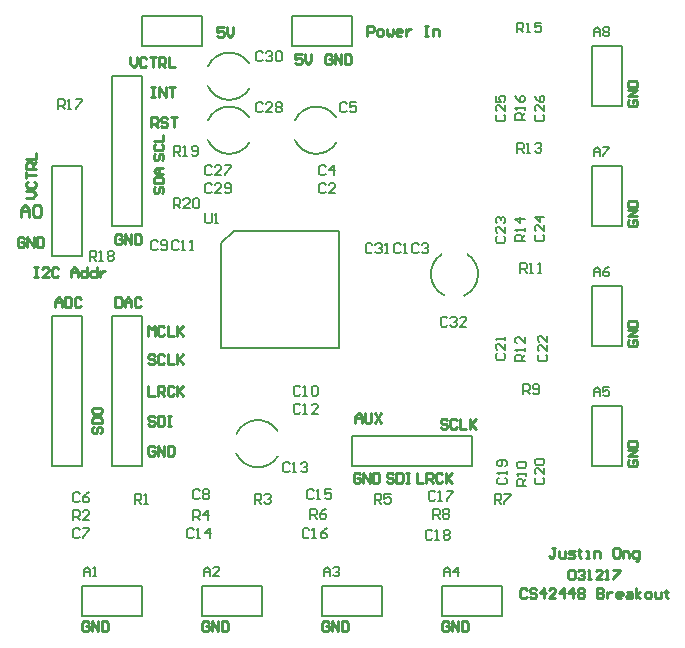
<source format=gto>
G04 Layer_Color=65535*
%FSLAX23Y23*%
%MOIN*%
G70*
G01*
G75*
%ADD16C,0.010*%
%ADD24C,0.008*%
D16*
X5127Y2277D02*
X5117D01*
X5122D01*
Y2251D01*
X5117Y2245D01*
X5111D01*
X5106Y2251D01*
X5138Y2267D02*
Y2251D01*
X5143Y2245D01*
X5159D01*
Y2267D01*
X5170Y2245D02*
X5186D01*
X5191Y2251D01*
X5186Y2256D01*
X5175D01*
X5170Y2261D01*
X5175Y2267D01*
X5191D01*
X5207Y2272D02*
Y2267D01*
X5202D01*
X5213D01*
X5207D01*
Y2251D01*
X5213Y2245D01*
X5229D02*
X5239D01*
X5234D01*
Y2267D01*
X5229D01*
X5255Y2245D02*
Y2267D01*
X5271D01*
X5277Y2261D01*
Y2245D01*
X5335Y2277D02*
X5325D01*
X5319Y2272D01*
Y2251D01*
X5325Y2245D01*
X5335D01*
X5341Y2251D01*
Y2272D01*
X5335Y2277D01*
X5351Y2245D02*
Y2267D01*
X5367D01*
X5373Y2261D01*
Y2245D01*
X5394Y2235D02*
X5399D01*
X5405Y2240D01*
Y2267D01*
X5389D01*
X5383Y2261D01*
Y2251D01*
X5389Y2245D01*
X5405D01*
X5170Y2199D02*
X5175Y2204D01*
X5186D01*
X5191Y2199D01*
Y2178D01*
X5186Y2172D01*
X5175D01*
X5170Y2178D01*
Y2199D01*
X5202D02*
X5207Y2204D01*
X5218D01*
X5223Y2199D01*
Y2194D01*
X5218Y2188D01*
X5213D01*
X5218D01*
X5223Y2183D01*
Y2178D01*
X5218Y2172D01*
X5207D01*
X5202Y2178D01*
X5234Y2172D02*
X5245D01*
X5239D01*
Y2204D01*
X5234Y2199D01*
X5282Y2172D02*
X5261D01*
X5282Y2194D01*
Y2199D01*
X5277Y2204D01*
X5266D01*
X5261Y2199D01*
X5293Y2172D02*
X5303D01*
X5298D01*
Y2204D01*
X5293Y2199D01*
X5319Y2204D02*
X5341D01*
Y2199D01*
X5319Y2178D01*
Y2172D01*
X5031Y2137D02*
X5026Y2142D01*
X5015D01*
X5010Y2137D01*
Y2115D01*
X5015Y2110D01*
X5026D01*
X5031Y2115D01*
X5063Y2137D02*
X5058Y2142D01*
X5047D01*
X5042Y2137D01*
Y2131D01*
X5047Y2126D01*
X5058D01*
X5063Y2121D01*
Y2115D01*
X5058Y2110D01*
X5047D01*
X5042Y2115D01*
X5090Y2110D02*
Y2142D01*
X5074Y2126D01*
X5095D01*
X5127Y2110D02*
X5106D01*
X5127Y2131D01*
Y2137D01*
X5122Y2142D01*
X5111D01*
X5106Y2137D01*
X5154Y2110D02*
Y2142D01*
X5138Y2126D01*
X5159D01*
X5186Y2110D02*
Y2142D01*
X5170Y2126D01*
X5191D01*
X5202Y2137D02*
X5207Y2142D01*
X5218D01*
X5223Y2137D01*
Y2131D01*
X5218Y2126D01*
X5223Y2121D01*
Y2115D01*
X5218Y2110D01*
X5207D01*
X5202Y2115D01*
Y2121D01*
X5207Y2126D01*
X5202Y2131D01*
Y2137D01*
X5207Y2126D02*
X5218D01*
X5266Y2142D02*
Y2110D01*
X5282D01*
X5287Y2115D01*
Y2121D01*
X5282Y2126D01*
X5266D01*
X5282D01*
X5287Y2131D01*
Y2137D01*
X5282Y2142D01*
X5266D01*
X5298Y2131D02*
Y2110D01*
Y2121D01*
X5303Y2126D01*
X5309Y2131D01*
X5314D01*
X5346Y2110D02*
X5335D01*
X5330Y2115D01*
Y2126D01*
X5335Y2131D01*
X5346D01*
X5351Y2126D01*
Y2121D01*
X5330D01*
X5367Y2131D02*
X5378D01*
X5383Y2126D01*
Y2110D01*
X5367D01*
X5362Y2115D01*
X5367Y2121D01*
X5383D01*
X5394Y2110D02*
Y2142D01*
Y2121D02*
X5410Y2131D01*
X5394Y2121D02*
X5410Y2110D01*
X5431D02*
X5442D01*
X5447Y2115D01*
Y2126D01*
X5442Y2131D01*
X5431D01*
X5426Y2126D01*
Y2115D01*
X5431Y2110D01*
X5458Y2131D02*
Y2115D01*
X5463Y2110D01*
X5479D01*
Y2131D01*
X5495Y2137D02*
Y2131D01*
X5490D01*
X5501D01*
X5495D01*
Y2115D01*
X5501Y2110D01*
X4500Y3985D02*
Y4017D01*
X4516D01*
X4521Y4012D01*
Y4001D01*
X4516Y3996D01*
X4500D01*
X4537Y3985D02*
X4548D01*
X4553Y3990D01*
Y4001D01*
X4548Y4006D01*
X4537D01*
X4532Y4001D01*
Y3990D01*
X4537Y3985D01*
X4564Y4006D02*
Y3990D01*
X4569Y3985D01*
X4575Y3990D01*
X4580Y3985D01*
X4585Y3990D01*
Y4006D01*
X4612Y3985D02*
X4601D01*
X4596Y3990D01*
Y4001D01*
X4601Y4006D01*
X4612D01*
X4617Y4001D01*
Y3996D01*
X4596D01*
X4628Y4006D02*
Y3985D01*
Y3996D01*
X4633Y4001D01*
X4639Y4006D01*
X4644D01*
X4692Y4017D02*
X4703D01*
X4697D01*
Y3985D01*
X4692D01*
X4703D01*
X4719D02*
Y4006D01*
X4735D01*
X4740Y4001D01*
Y3985D01*
X4281Y3922D02*
X4260D01*
Y3906D01*
X4271Y3911D01*
X4276D01*
X4281Y3906D01*
Y3895D01*
X4276Y3890D01*
X4265D01*
X4260Y3895D01*
X4292Y3922D02*
Y3901D01*
X4303Y3890D01*
X4313Y3901D01*
Y3922D01*
X4381Y3917D02*
X4376Y3922D01*
X4365D01*
X4360Y3917D01*
Y3895D01*
X4365Y3890D01*
X4376D01*
X4381Y3895D01*
Y3906D01*
X4371D01*
X4392Y3890D02*
Y3922D01*
X4413Y3890D01*
Y3922D01*
X4424D02*
Y3890D01*
X4440D01*
X4445Y3895D01*
Y3917D01*
X4440Y3922D01*
X4424D01*
X3710Y3912D02*
Y3891D01*
X3721Y3880D01*
X3731Y3891D01*
Y3912D01*
X3763Y3907D02*
X3758Y3912D01*
X3747D01*
X3742Y3907D01*
Y3885D01*
X3747Y3880D01*
X3758D01*
X3763Y3885D01*
X3774Y3912D02*
X3795D01*
X3785D01*
Y3880D01*
X3806D02*
Y3912D01*
X3822D01*
X3827Y3907D01*
Y3896D01*
X3822Y3891D01*
X3806D01*
X3817D02*
X3827Y3880D01*
X3838Y3912D02*
Y3880D01*
X3859D01*
X4021Y4012D02*
X4000D01*
Y3996D01*
X4011Y4001D01*
X4016D01*
X4021Y3996D01*
Y3985D01*
X4016Y3980D01*
X4005D01*
X4000Y3985D01*
X4032Y4012D02*
Y3991D01*
X4043Y3980D01*
X4053Y3991D01*
Y4012D01*
X3780Y3812D02*
X3791D01*
X3785D01*
Y3780D01*
X3780D01*
X3791D01*
X3807D02*
Y3812D01*
X3828Y3780D01*
Y3812D01*
X3839D02*
X3860D01*
X3849D01*
Y3780D01*
X3780Y3680D02*
Y3712D01*
X3796D01*
X3801Y3707D01*
Y3696D01*
X3796Y3691D01*
X3780D01*
X3791D02*
X3801Y3680D01*
X3833Y3707D02*
X3828Y3712D01*
X3817D01*
X3812Y3707D01*
Y3701D01*
X3817Y3696D01*
X3828D01*
X3833Y3691D01*
Y3685D01*
X3828Y3680D01*
X3817D01*
X3812Y3685D01*
X3844Y3712D02*
X3865D01*
X3855D01*
Y3680D01*
X3793Y3591D02*
X3788Y3586D01*
Y3575D01*
X3793Y3570D01*
X3799D01*
X3804Y3575D01*
Y3586D01*
X3809Y3591D01*
X3815D01*
X3820Y3586D01*
Y3575D01*
X3815Y3570D01*
X3793Y3623D02*
X3788Y3618D01*
Y3607D01*
X3793Y3602D01*
X3815D01*
X3820Y3607D01*
Y3618D01*
X3815Y3623D01*
X3788Y3634D02*
X3820D01*
Y3655D01*
X3793Y3481D02*
X3788Y3476D01*
Y3465D01*
X3793Y3460D01*
X3799D01*
X3804Y3465D01*
Y3476D01*
X3809Y3481D01*
X3815D01*
X3820Y3476D01*
Y3465D01*
X3815Y3460D01*
X3788Y3492D02*
X3820D01*
Y3508D01*
X3815Y3513D01*
X3793D01*
X3788Y3508D01*
Y3492D01*
X3820Y3524D02*
X3799D01*
X3788Y3535D01*
X3799Y3545D01*
X3820D01*
X3804D01*
Y3524D01*
X3681Y3317D02*
X3676Y3322D01*
X3665D01*
X3660Y3317D01*
Y3295D01*
X3665Y3290D01*
X3676D01*
X3681Y3295D01*
Y3306D01*
X3671D01*
X3692Y3290D02*
Y3322D01*
X3713Y3290D01*
Y3322D01*
X3724D02*
Y3290D01*
X3740D01*
X3745Y3295D01*
Y3317D01*
X3740Y3322D01*
X3724D01*
X3356Y3307D02*
X3351Y3312D01*
X3340D01*
X3335Y3307D01*
Y3285D01*
X3340Y3280D01*
X3351D01*
X3356Y3285D01*
Y3296D01*
X3346D01*
X3367Y3280D02*
Y3312D01*
X3388Y3280D01*
Y3312D01*
X3399D02*
Y3280D01*
X3415D01*
X3420Y3285D01*
Y3307D01*
X3415Y3312D01*
X3399D01*
X3363Y3445D02*
X3384D01*
X3395Y3456D01*
X3384Y3466D01*
X3363D01*
X3368Y3498D02*
X3363Y3493D01*
Y3482D01*
X3368Y3477D01*
X3390D01*
X3395Y3482D01*
Y3493D01*
X3390Y3498D01*
X3363Y3509D02*
Y3530D01*
Y3520D01*
X3395D01*
Y3541D02*
X3363D01*
Y3557D01*
X3368Y3562D01*
X3379D01*
X3384Y3557D01*
Y3541D01*
Y3552D02*
X3395Y3562D01*
X3363Y3573D02*
X3395D01*
Y3594D01*
X3345Y3380D02*
Y3407D01*
X3358Y3420D01*
X3372Y3407D01*
Y3380D01*
Y3400D01*
X3345D01*
X3385Y3413D02*
X3392Y3420D01*
X3405D01*
X3412Y3413D01*
Y3387D01*
X3405Y3380D01*
X3392D01*
X3385Y3387D01*
Y3413D01*
X3770Y2985D02*
Y3017D01*
X3781Y3006D01*
X3791Y3017D01*
Y2985D01*
X3823Y3012D02*
X3818Y3017D01*
X3807D01*
X3802Y3012D01*
Y2990D01*
X3807Y2985D01*
X3818D01*
X3823Y2990D01*
X3834Y3017D02*
Y2985D01*
X3855D01*
X3866Y3017D02*
Y2985D01*
Y2996D01*
X3887Y3017D01*
X3871Y3001D01*
X3887Y2985D01*
X3460Y3080D02*
Y3101D01*
X3471Y3112D01*
X3481Y3101D01*
Y3080D01*
Y3096D01*
X3460D01*
X3492Y3112D02*
Y3080D01*
X3508D01*
X3513Y3085D01*
Y3107D01*
X3508Y3112D01*
X3492D01*
X3545Y3107D02*
X3540Y3112D01*
X3529D01*
X3524Y3107D01*
Y3085D01*
X3529Y3080D01*
X3540D01*
X3545Y3085D01*
X3660Y3112D02*
Y3080D01*
X3676D01*
X3681Y3085D01*
Y3107D01*
X3676Y3112D01*
X3660D01*
X3692Y3080D02*
Y3101D01*
X3703Y3112D01*
X3713Y3101D01*
Y3080D01*
Y3096D01*
X3692D01*
X3745Y3107D02*
X3740Y3112D01*
X3729D01*
X3724Y3107D01*
Y3085D01*
X3729Y3080D01*
X3740D01*
X3745Y3085D01*
X3791Y2917D02*
X3786Y2922D01*
X3775D01*
X3770Y2917D01*
Y2911D01*
X3775Y2906D01*
X3786D01*
X3791Y2901D01*
Y2895D01*
X3786Y2890D01*
X3775D01*
X3770Y2895D01*
X3823Y2917D02*
X3818Y2922D01*
X3807D01*
X3802Y2917D01*
Y2895D01*
X3807Y2890D01*
X3818D01*
X3823Y2895D01*
X3834Y2922D02*
Y2890D01*
X3855D01*
X3866Y2922D02*
Y2890D01*
Y2901D01*
X3887Y2922D01*
X3871Y2906D01*
X3887Y2890D01*
X3770Y2817D02*
Y2785D01*
X3791D01*
X3802D02*
Y2817D01*
X3818D01*
X3823Y2812D01*
Y2801D01*
X3818Y2796D01*
X3802D01*
X3813D02*
X3823Y2785D01*
X3855Y2812D02*
X3850Y2817D01*
X3839D01*
X3834Y2812D01*
Y2790D01*
X3839Y2785D01*
X3850D01*
X3855Y2790D01*
X3866Y2817D02*
Y2785D01*
Y2796D01*
X3887Y2817D01*
X3871Y2801D01*
X3887Y2785D01*
X3791Y2712D02*
X3786Y2717D01*
X3775D01*
X3770Y2712D01*
Y2706D01*
X3775Y2701D01*
X3786D01*
X3791Y2696D01*
Y2690D01*
X3786Y2685D01*
X3775D01*
X3770Y2690D01*
X3802Y2717D02*
Y2685D01*
X3818D01*
X3823Y2690D01*
Y2712D01*
X3818Y2717D01*
X3802D01*
X3834D02*
X3845D01*
X3839D01*
Y2685D01*
X3834D01*
X3845D01*
X3588Y2681D02*
X3583Y2676D01*
Y2665D01*
X3588Y2660D01*
X3594D01*
X3599Y2665D01*
Y2676D01*
X3604Y2681D01*
X3610D01*
X3615Y2676D01*
Y2665D01*
X3610Y2660D01*
X3583Y2692D02*
X3615D01*
Y2708D01*
X3610Y2713D01*
X3588D01*
X3583Y2708D01*
Y2692D01*
Y2740D02*
Y2729D01*
X3588Y2724D01*
X3610D01*
X3615Y2729D01*
Y2740D01*
X3610Y2745D01*
X3588D01*
X3583Y2740D01*
X3791Y2612D02*
X3786Y2617D01*
X3775D01*
X3770Y2612D01*
Y2590D01*
X3775Y2585D01*
X3786D01*
X3791Y2590D01*
Y2601D01*
X3781D01*
X3802Y2585D02*
Y2617D01*
X3823Y2585D01*
Y2617D01*
X3834D02*
Y2585D01*
X3850D01*
X3855Y2590D01*
Y2612D01*
X3850Y2617D01*
X3834D01*
X4460Y2695D02*
Y2716D01*
X4471Y2727D01*
X4481Y2716D01*
Y2695D01*
Y2711D01*
X4460D01*
X4492Y2727D02*
Y2700D01*
X4497Y2695D01*
X4508D01*
X4513Y2700D01*
Y2727D01*
X4524D02*
X4545Y2695D01*
Y2727D02*
X4524Y2695D01*
X4476Y2522D02*
X4471Y2527D01*
X4460D01*
X4455Y2522D01*
Y2500D01*
X4460Y2495D01*
X4471D01*
X4476Y2500D01*
Y2511D01*
X4466D01*
X4487Y2495D02*
Y2527D01*
X4508Y2495D01*
Y2527D01*
X4519D02*
Y2495D01*
X4535D01*
X4540Y2500D01*
Y2522D01*
X4535Y2527D01*
X4519D01*
X4586Y2522D02*
X4581Y2527D01*
X4570D01*
X4565Y2522D01*
Y2516D01*
X4570Y2511D01*
X4581D01*
X4586Y2506D01*
Y2500D01*
X4581Y2495D01*
X4570D01*
X4565Y2500D01*
X4597Y2527D02*
Y2495D01*
X4613D01*
X4618Y2500D01*
Y2522D01*
X4613Y2527D01*
X4597D01*
X4629D02*
X4640D01*
X4634D01*
Y2495D01*
X4629D01*
X4640D01*
X4665Y2527D02*
Y2495D01*
X4686D01*
X4697D02*
Y2527D01*
X4713D01*
X4718Y2522D01*
Y2511D01*
X4713Y2506D01*
X4697D01*
X4708D02*
X4718Y2495D01*
X4750Y2522D02*
X4745Y2527D01*
X4734D01*
X4729Y2522D01*
Y2500D01*
X4734Y2495D01*
X4745D01*
X4750Y2500D01*
X4761Y2527D02*
Y2495D01*
Y2506D01*
X4782Y2527D01*
X4766Y2511D01*
X4782Y2495D01*
X4766Y2702D02*
X4761Y2707D01*
X4750D01*
X4745Y2702D01*
Y2696D01*
X4750Y2691D01*
X4761D01*
X4766Y2686D01*
Y2680D01*
X4761Y2675D01*
X4750D01*
X4745Y2680D01*
X4798Y2702D02*
X4793Y2707D01*
X4782D01*
X4777Y2702D01*
Y2680D01*
X4782Y2675D01*
X4793D01*
X4798Y2680D01*
X4809Y2707D02*
Y2675D01*
X4830D01*
X4841Y2707D02*
Y2675D01*
Y2686D01*
X4862Y2707D01*
X4846Y2691D01*
X4862Y2675D01*
X3571Y2027D02*
X3566Y2032D01*
X3555D01*
X3550Y2027D01*
Y2005D01*
X3555Y2000D01*
X3566D01*
X3571Y2005D01*
Y2016D01*
X3561D01*
X3582Y2000D02*
Y2032D01*
X3603Y2000D01*
Y2032D01*
X3614D02*
Y2000D01*
X3630D01*
X3635Y2005D01*
Y2027D01*
X3630Y2032D01*
X3614D01*
X3971Y2027D02*
X3966Y2032D01*
X3955D01*
X3950Y2027D01*
Y2005D01*
X3955Y2000D01*
X3966D01*
X3971Y2005D01*
Y2016D01*
X3961D01*
X3982Y2000D02*
Y2032D01*
X4003Y2000D01*
Y2032D01*
X4014D02*
Y2000D01*
X4030D01*
X4035Y2005D01*
Y2027D01*
X4030Y2032D01*
X4014D01*
X4371Y2027D02*
X4366Y2032D01*
X4355D01*
X4350Y2027D01*
Y2005D01*
X4355Y2000D01*
X4366D01*
X4371Y2005D01*
Y2016D01*
X4361D01*
X4382Y2000D02*
Y2032D01*
X4403Y2000D01*
Y2032D01*
X4414D02*
Y2000D01*
X4430D01*
X4435Y2005D01*
Y2027D01*
X4430Y2032D01*
X4414D01*
X4771Y2027D02*
X4766Y2032D01*
X4755D01*
X4750Y2027D01*
Y2005D01*
X4755Y2000D01*
X4766D01*
X4771Y2005D01*
Y2016D01*
X4761D01*
X4782Y2000D02*
Y2032D01*
X4803Y2000D01*
Y2032D01*
X4814D02*
Y2000D01*
X4830D01*
X4835Y2005D01*
Y2027D01*
X4830Y2032D01*
X4814D01*
X5373Y2571D02*
X5368Y2566D01*
Y2555D01*
X5373Y2550D01*
X5395D01*
X5400Y2555D01*
Y2566D01*
X5395Y2571D01*
X5384D01*
Y2561D01*
X5400Y2582D02*
X5368D01*
X5400Y2603D01*
X5368D01*
Y2614D02*
X5400D01*
Y2630D01*
X5395Y2635D01*
X5373D01*
X5368Y2630D01*
Y2614D01*
X5373Y2971D02*
X5368Y2966D01*
Y2955D01*
X5373Y2950D01*
X5395D01*
X5400Y2955D01*
Y2966D01*
X5395Y2971D01*
X5384D01*
Y2961D01*
X5400Y2982D02*
X5368D01*
X5400Y3003D01*
X5368D01*
Y3014D02*
X5400D01*
Y3030D01*
X5395Y3035D01*
X5373D01*
X5368Y3030D01*
Y3014D01*
X5373Y3371D02*
X5368Y3366D01*
Y3355D01*
X5373Y3350D01*
X5395D01*
X5400Y3355D01*
Y3366D01*
X5395Y3371D01*
X5384D01*
Y3361D01*
X5400Y3382D02*
X5368D01*
X5400Y3403D01*
X5368D01*
Y3414D02*
X5400D01*
Y3430D01*
X5395Y3435D01*
X5373D01*
X5368Y3430D01*
Y3414D01*
X5373Y3771D02*
X5368Y3766D01*
Y3755D01*
X5373Y3750D01*
X5395D01*
X5400Y3755D01*
Y3766D01*
X5395Y3771D01*
X5384D01*
Y3761D01*
X5400Y3782D02*
X5368D01*
X5400Y3803D01*
X5368D01*
Y3814D02*
X5400D01*
Y3830D01*
X5395Y3835D01*
X5373D01*
X5368Y3830D01*
Y3814D01*
X3390Y3212D02*
X3401D01*
X3395D01*
Y3180D01*
X3390D01*
X3401D01*
X3438D02*
X3417D01*
X3438Y3201D01*
Y3207D01*
X3433Y3212D01*
X3422D01*
X3417Y3207D01*
X3470D02*
X3465Y3212D01*
X3454D01*
X3449Y3207D01*
Y3185D01*
X3454Y3180D01*
X3465D01*
X3470Y3185D01*
X3513Y3180D02*
Y3201D01*
X3523Y3212D01*
X3534Y3201D01*
Y3180D01*
Y3196D01*
X3513D01*
X3566Y3212D02*
Y3180D01*
X3550D01*
X3545Y3185D01*
Y3196D01*
X3550Y3201D01*
X3566D01*
X3598Y3212D02*
Y3180D01*
X3582D01*
X3577Y3185D01*
Y3196D01*
X3582Y3201D01*
X3598D01*
X3609D02*
Y3180D01*
Y3191D01*
X3614Y3196D01*
X3619Y3201D01*
X3625D01*
D24*
X4258Y3637D02*
G03*
X4396Y3628I72J33D01*
G01*
Y3712D02*
G03*
X4258Y3703I-66J-42D01*
G01*
X4063Y2592D02*
G03*
X4201Y2583I72J33D01*
G01*
Y2667D02*
G03*
X4063Y2658I-66J-42D01*
G01*
X3968Y3637D02*
G03*
X4106Y3628I72J33D01*
G01*
Y3712D02*
G03*
X3968Y3703I-66J-42D01*
G01*
Y3817D02*
G03*
X4106Y3808I72J33D01*
G01*
Y3892D02*
G03*
X3968Y3883I-66J-42D01*
G01*
X4823Y3118D02*
G03*
X4832Y3256I-33J72D01*
G01*
X4748D02*
G03*
X4757Y3118I42J-66D01*
G01*
X4450Y3950D02*
Y4050D01*
X4250Y3950D02*
X4450D01*
X4250D02*
Y4050D01*
X4450D01*
X3450Y3250D02*
Y3550D01*
Y3250D02*
X3550D01*
Y3550D01*
X3450D02*
X3550D01*
X3450Y2550D02*
X3550D01*
X3450D02*
Y3050D01*
X3550Y2550D02*
Y3050D01*
X3450D02*
X3550D01*
Y2050D02*
Y2150D01*
X3750D01*
Y2050D02*
Y2150D01*
X3550Y2050D02*
X3750D01*
X3950D02*
Y2150D01*
X4150D01*
Y2050D02*
Y2150D01*
X3950Y2050D02*
X4150D01*
X4350D02*
Y2150D01*
X4550D01*
Y2050D02*
Y2150D01*
X4350Y2050D02*
X4550D01*
X4750D02*
Y2150D01*
X4950D01*
Y2050D02*
Y2150D01*
X4750Y2050D02*
X4950D01*
X5250Y2550D02*
X5350D01*
X5250D02*
Y2750D01*
X5350D01*
Y2550D02*
Y2750D01*
X5250Y2950D02*
X5350D01*
X5250D02*
Y3150D01*
X5350D01*
Y2950D02*
Y3150D01*
X5250Y3350D02*
X5350D01*
X5250D02*
Y3550D01*
X5350D01*
Y3350D02*
Y3550D01*
X5250Y3750D02*
X5350D01*
X5250D02*
Y3950D01*
X5350D01*
Y3750D02*
Y3950D01*
X3750D02*
Y4050D01*
X3950D01*
Y3950D02*
Y4050D01*
X3750Y3950D02*
X3950D01*
X4850Y2550D02*
Y2650D01*
X4450Y2550D02*
X4850D01*
X4450Y2650D02*
X4850D01*
X4450Y2550D02*
Y2650D01*
X3650Y3050D02*
X3750D01*
Y2550D02*
Y3050D01*
X3650Y2550D02*
Y3050D01*
Y2550D02*
X3750D01*
X3650Y3850D02*
X3750D01*
Y3350D02*
Y3850D01*
X3650Y3350D02*
Y3850D01*
Y3350D02*
X3750D01*
X4013Y2944D02*
Y3295D01*
Y2944D02*
X4404D01*
Y3335D01*
X4054D02*
X4404D01*
X4013Y3295D02*
X4054Y3335D01*
X3855Y3410D02*
Y3442D01*
X3871D01*
X3876Y3437D01*
Y3426D01*
X3871Y3421D01*
X3855D01*
X3866D02*
X3876Y3410D01*
X3908D02*
X3887D01*
X3908Y3431D01*
Y3437D01*
X3903Y3442D01*
X3892D01*
X3887Y3437D01*
X3919D02*
X3924Y3442D01*
X3935D01*
X3940Y3437D01*
Y3415D01*
X3935Y3410D01*
X3924D01*
X3919Y3415D01*
Y3437D01*
X3855Y3585D02*
Y3617D01*
X3871D01*
X3876Y3612D01*
Y3601D01*
X3871Y3596D01*
X3855D01*
X3866D02*
X3876Y3585D01*
X3887D02*
X3898D01*
X3892D01*
Y3617D01*
X3887Y3612D01*
X3914Y3590D02*
X3919Y3585D01*
X3930D01*
X3935Y3590D01*
Y3612D01*
X3930Y3617D01*
X3919D01*
X3914Y3612D01*
Y3606D01*
X3919Y3601D01*
X3935D01*
X3960Y3392D02*
Y3365D01*
X3965Y3360D01*
X3976D01*
X3981Y3365D01*
Y3392D01*
X3992Y3360D02*
X4003D01*
X3997D01*
Y3392D01*
X3992Y3387D01*
X3575Y3235D02*
Y3267D01*
X3591D01*
X3596Y3262D01*
Y3251D01*
X3591Y3246D01*
X3575D01*
X3586D02*
X3596Y3235D01*
X3607D02*
X3618D01*
X3612D01*
Y3267D01*
X3607Y3262D01*
X3634D02*
X3639Y3267D01*
X3650D01*
X3655Y3262D01*
Y3256D01*
X3650Y3251D01*
X3655Y3246D01*
Y3240D01*
X3650Y3235D01*
X3639D01*
X3634Y3240D01*
Y3246D01*
X3639Y3251D01*
X3634Y3256D01*
Y3262D01*
X3639Y3251D02*
X3650D01*
X3470Y3740D02*
Y3772D01*
X3486D01*
X3491Y3767D01*
Y3756D01*
X3486Y3751D01*
X3470D01*
X3481D02*
X3491Y3740D01*
X3502D02*
X3513D01*
X3507D01*
Y3772D01*
X3502Y3767D01*
X3529Y3772D02*
X3550D01*
Y3767D01*
X3529Y3745D01*
Y3740D01*
X5025Y3705D02*
X4993D01*
Y3721D01*
X4998Y3726D01*
X5009D01*
X5014Y3721D01*
Y3705D01*
Y3716D02*
X5025Y3726D01*
Y3737D02*
Y3748D01*
Y3742D01*
X4993D01*
X4998Y3737D01*
X4993Y3785D02*
X4998Y3774D01*
X5009Y3764D01*
X5020D01*
X5025Y3769D01*
Y3780D01*
X5020Y3785D01*
X5014D01*
X5009Y3780D01*
Y3764D01*
X4999Y3996D02*
Y4028D01*
X5015D01*
X5020Y4023D01*
Y4012D01*
X5015Y4007D01*
X4999D01*
X5010D02*
X5020Y3996D01*
X5031D02*
X5042D01*
X5036D01*
Y4028D01*
X5031Y4023D01*
X5079Y4028D02*
X5058D01*
Y4012D01*
X5068Y4017D01*
X5074D01*
X5079Y4012D01*
Y4001D01*
X5074Y3996D01*
X5063D01*
X5058Y4001D01*
X5025Y3300D02*
X4993D01*
Y3316D01*
X4998Y3321D01*
X5009D01*
X5014Y3316D01*
Y3300D01*
Y3311D02*
X5025Y3321D01*
Y3332D02*
Y3343D01*
Y3337D01*
X4993D01*
X4998Y3332D01*
X5025Y3375D02*
X4993D01*
X5009Y3359D01*
Y3380D01*
X5000Y3595D02*
Y3627D01*
X5016D01*
X5021Y3622D01*
Y3611D01*
X5016Y3606D01*
X5000D01*
X5011D02*
X5021Y3595D01*
X5032D02*
X5043D01*
X5037D01*
Y3627D01*
X5032Y3622D01*
X5059D02*
X5064Y3627D01*
X5075D01*
X5080Y3622D01*
Y3616D01*
X5075Y3611D01*
X5069D01*
X5075D01*
X5080Y3606D01*
Y3600D01*
X5075Y3595D01*
X5064D01*
X5059Y3600D01*
X5025Y2900D02*
X4993D01*
Y2916D01*
X4998Y2921D01*
X5009D01*
X5014Y2916D01*
Y2900D01*
Y2911D02*
X5025Y2921D01*
Y2932D02*
Y2943D01*
Y2937D01*
X4993D01*
X4998Y2932D01*
X5025Y2980D02*
Y2959D01*
X5004Y2980D01*
X4998D01*
X4993Y2975D01*
Y2964D01*
X4998Y2959D01*
X5010Y3195D02*
Y3227D01*
X5026D01*
X5031Y3222D01*
Y3211D01*
X5026Y3206D01*
X5010D01*
X5021D02*
X5031Y3195D01*
X5042D02*
X5053D01*
X5047D01*
Y3227D01*
X5042Y3222D01*
X5069Y3195D02*
X5079D01*
X5074D01*
Y3227D01*
X5069Y3222D01*
X5030Y2485D02*
X4998D01*
Y2501D01*
X5003Y2506D01*
X5014D01*
X5019Y2501D01*
Y2485D01*
Y2496D02*
X5030Y2506D01*
Y2517D02*
Y2528D01*
Y2522D01*
X4998D01*
X5003Y2517D01*
Y2544D02*
X4998Y2549D01*
Y2560D01*
X5003Y2565D01*
X5025D01*
X5030Y2560D01*
Y2549D01*
X5025Y2544D01*
X5003D01*
X5020Y2790D02*
Y2822D01*
X5036D01*
X5041Y2817D01*
Y2806D01*
X5036Y2801D01*
X5020D01*
X5031D02*
X5041Y2790D01*
X5052Y2795D02*
X5057Y2790D01*
X5068D01*
X5073Y2795D01*
Y2817D01*
X5068Y2822D01*
X5057D01*
X5052Y2817D01*
Y2811D01*
X5057Y2806D01*
X5073D01*
X4720Y2375D02*
Y2407D01*
X4736D01*
X4741Y2402D01*
Y2391D01*
X4736Y2386D01*
X4720D01*
X4731D02*
X4741Y2375D01*
X4752Y2402D02*
X4757Y2407D01*
X4768D01*
X4773Y2402D01*
Y2396D01*
X4768Y2391D01*
X4773Y2386D01*
Y2380D01*
X4768Y2375D01*
X4757D01*
X4752Y2380D01*
Y2386D01*
X4757Y2391D01*
X4752Y2396D01*
Y2402D01*
X4757Y2391D02*
X4768D01*
X4925Y2425D02*
Y2457D01*
X4941D01*
X4946Y2452D01*
Y2441D01*
X4941Y2436D01*
X4925D01*
X4936D02*
X4946Y2425D01*
X4957Y2457D02*
X4978D01*
Y2452D01*
X4957Y2430D01*
Y2425D01*
X4310Y2375D02*
Y2407D01*
X4326D01*
X4331Y2402D01*
Y2391D01*
X4326Y2386D01*
X4310D01*
X4321D02*
X4331Y2375D01*
X4363Y2407D02*
X4353Y2402D01*
X4342Y2391D01*
Y2380D01*
X4347Y2375D01*
X4358D01*
X4363Y2380D01*
Y2386D01*
X4358Y2391D01*
X4342D01*
X4525Y2425D02*
Y2457D01*
X4541D01*
X4546Y2452D01*
Y2441D01*
X4541Y2436D01*
X4525D01*
X4536D02*
X4546Y2425D01*
X4578Y2457D02*
X4557D01*
Y2441D01*
X4568Y2446D01*
X4573D01*
X4578Y2441D01*
Y2430D01*
X4573Y2425D01*
X4562D01*
X4557Y2430D01*
X3920Y2370D02*
Y2402D01*
X3936D01*
X3941Y2397D01*
Y2386D01*
X3936Y2381D01*
X3920D01*
X3931D02*
X3941Y2370D01*
X3968D02*
Y2402D01*
X3952Y2386D01*
X3973D01*
X4125Y2425D02*
Y2457D01*
X4141D01*
X4146Y2452D01*
Y2441D01*
X4141Y2436D01*
X4125D01*
X4136D02*
X4146Y2425D01*
X4157Y2452D02*
X4162Y2457D01*
X4173D01*
X4178Y2452D01*
Y2446D01*
X4173Y2441D01*
X4168D01*
X4173D01*
X4178Y2436D01*
Y2430D01*
X4173Y2425D01*
X4162D01*
X4157Y2430D01*
X3520Y2370D02*
Y2402D01*
X3536D01*
X3541Y2397D01*
Y2386D01*
X3536Y2381D01*
X3520D01*
X3531D02*
X3541Y2370D01*
X3573D02*
X3552D01*
X3573Y2391D01*
Y2397D01*
X3568Y2402D01*
X3557D01*
X3552Y2397D01*
X3725Y2425D02*
Y2457D01*
X3741D01*
X3746Y2452D01*
Y2441D01*
X3741Y2436D01*
X3725D01*
X3736D02*
X3746Y2425D01*
X3757D02*
X3768D01*
X3762D01*
Y2457D01*
X3757Y2452D01*
X4766Y3042D02*
X4761Y3047D01*
X4750D01*
X4745Y3042D01*
Y3020D01*
X4750Y3015D01*
X4761D01*
X4766Y3020D01*
X4777Y3042D02*
X4782Y3047D01*
X4793D01*
X4798Y3042D01*
Y3036D01*
X4793Y3031D01*
X4788D01*
X4793D01*
X4798Y3026D01*
Y3020D01*
X4793Y3015D01*
X4782D01*
X4777Y3020D01*
X4830Y3015D02*
X4809D01*
X4830Y3036D01*
Y3042D01*
X4825Y3047D01*
X4814D01*
X4809Y3042D01*
X4516Y3287D02*
X4511Y3292D01*
X4500D01*
X4495Y3287D01*
Y3265D01*
X4500Y3260D01*
X4511D01*
X4516Y3265D01*
X4527Y3287D02*
X4532Y3292D01*
X4543D01*
X4548Y3287D01*
Y3281D01*
X4543Y3276D01*
X4538D01*
X4543D01*
X4548Y3271D01*
Y3265D01*
X4543Y3260D01*
X4532D01*
X4527Y3265D01*
X4559Y3260D02*
X4570D01*
X4564D01*
Y3292D01*
X4559Y3287D01*
X4151Y3927D02*
X4146Y3932D01*
X4135D01*
X4130Y3927D01*
Y3905D01*
X4135Y3900D01*
X4146D01*
X4151Y3905D01*
X4162Y3927D02*
X4167Y3932D01*
X4178D01*
X4183Y3927D01*
Y3921D01*
X4178Y3916D01*
X4173D01*
X4178D01*
X4183Y3911D01*
Y3905D01*
X4178Y3900D01*
X4167D01*
X4162Y3905D01*
X4194Y3927D02*
X4199Y3932D01*
X4210D01*
X4215Y3927D01*
Y3905D01*
X4210Y3900D01*
X4199D01*
X4194Y3905D01*
Y3927D01*
X3981Y3487D02*
X3976Y3492D01*
X3965D01*
X3960Y3487D01*
Y3465D01*
X3965Y3460D01*
X3976D01*
X3981Y3465D01*
X4013Y3460D02*
X3992D01*
X4013Y3481D01*
Y3487D01*
X4008Y3492D01*
X3997D01*
X3992Y3487D01*
X4024Y3465D02*
X4029Y3460D01*
X4040D01*
X4045Y3465D01*
Y3487D01*
X4040Y3492D01*
X4029D01*
X4024Y3487D01*
Y3481D01*
X4029Y3476D01*
X4045D01*
X4151Y3757D02*
X4146Y3762D01*
X4135D01*
X4130Y3757D01*
Y3735D01*
X4135Y3730D01*
X4146D01*
X4151Y3735D01*
X4183Y3730D02*
X4162D01*
X4183Y3751D01*
Y3757D01*
X4178Y3762D01*
X4167D01*
X4162Y3757D01*
X4194D02*
X4199Y3762D01*
X4210D01*
X4215Y3757D01*
Y3751D01*
X4210Y3746D01*
X4215Y3741D01*
Y3735D01*
X4210Y3730D01*
X4199D01*
X4194Y3735D01*
Y3741D01*
X4199Y3746D01*
X4194Y3751D01*
Y3757D01*
X4199Y3746D02*
X4210D01*
X3981Y3547D02*
X3976Y3552D01*
X3965D01*
X3960Y3547D01*
Y3525D01*
X3965Y3520D01*
X3976D01*
X3981Y3525D01*
X4013Y3520D02*
X3992D01*
X4013Y3541D01*
Y3547D01*
X4008Y3552D01*
X3997D01*
X3992Y3547D01*
X4024Y3552D02*
X4045D01*
Y3547D01*
X4024Y3525D01*
Y3520D01*
X5063Y3721D02*
X5058Y3716D01*
Y3705D01*
X5063Y3700D01*
X5085D01*
X5090Y3705D01*
Y3716D01*
X5085Y3721D01*
X5090Y3753D02*
Y3732D01*
X5069Y3753D01*
X5063D01*
X5058Y3748D01*
Y3737D01*
X5063Y3732D01*
X5058Y3785D02*
X5063Y3775D01*
X5074Y3764D01*
X5085D01*
X5090Y3769D01*
Y3780D01*
X5085Y3785D01*
X5079D01*
X5074Y3780D01*
Y3764D01*
X4933Y3721D02*
X4928Y3716D01*
Y3705D01*
X4933Y3700D01*
X4955D01*
X4960Y3705D01*
Y3716D01*
X4955Y3721D01*
X4960Y3753D02*
Y3732D01*
X4939Y3753D01*
X4933D01*
X4928Y3748D01*
Y3737D01*
X4933Y3732D01*
X4928Y3785D02*
Y3764D01*
X4944D01*
X4939Y3775D01*
Y3780D01*
X4944Y3785D01*
X4955D01*
X4960Y3780D01*
Y3769D01*
X4955Y3764D01*
X5063Y3321D02*
X5058Y3316D01*
Y3305D01*
X5063Y3300D01*
X5085D01*
X5090Y3305D01*
Y3316D01*
X5085Y3321D01*
X5090Y3353D02*
Y3332D01*
X5069Y3353D01*
X5063D01*
X5058Y3348D01*
Y3337D01*
X5063Y3332D01*
X5090Y3380D02*
X5058D01*
X5074Y3364D01*
Y3385D01*
X4933Y3316D02*
X4928Y3311D01*
Y3300D01*
X4933Y3295D01*
X4955D01*
X4960Y3300D01*
Y3311D01*
X4955Y3316D01*
X4960Y3348D02*
Y3327D01*
X4939Y3348D01*
X4933D01*
X4928Y3343D01*
Y3332D01*
X4933Y3327D01*
Y3359D02*
X4928Y3364D01*
Y3375D01*
X4933Y3380D01*
X4939D01*
X4944Y3375D01*
Y3370D01*
Y3375D01*
X4949Y3380D01*
X4955D01*
X4960Y3375D01*
Y3364D01*
X4955Y3359D01*
X5073Y2921D02*
X5068Y2916D01*
Y2905D01*
X5073Y2900D01*
X5095D01*
X5100Y2905D01*
Y2916D01*
X5095Y2921D01*
X5100Y2953D02*
Y2932D01*
X5079Y2953D01*
X5073D01*
X5068Y2948D01*
Y2937D01*
X5073Y2932D01*
X5100Y2985D02*
Y2964D01*
X5079Y2985D01*
X5073D01*
X5068Y2980D01*
Y2969D01*
X5073Y2964D01*
X4933Y2926D02*
X4928Y2921D01*
Y2910D01*
X4933Y2905D01*
X4955D01*
X4960Y2910D01*
Y2921D01*
X4955Y2926D01*
X4960Y2958D02*
Y2937D01*
X4939Y2958D01*
X4933D01*
X4928Y2953D01*
Y2942D01*
X4933Y2937D01*
X4960Y2969D02*
Y2980D01*
Y2974D01*
X4928D01*
X4933Y2969D01*
X5063Y2511D02*
X5058Y2506D01*
Y2495D01*
X5063Y2490D01*
X5085D01*
X5090Y2495D01*
Y2506D01*
X5085Y2511D01*
X5090Y2543D02*
Y2522D01*
X5069Y2543D01*
X5063D01*
X5058Y2538D01*
Y2527D01*
X5063Y2522D01*
Y2554D02*
X5058Y2559D01*
Y2570D01*
X5063Y2575D01*
X5085D01*
X5090Y2570D01*
Y2559D01*
X5085Y2554D01*
X5063D01*
X4938Y2511D02*
X4933Y2506D01*
Y2495D01*
X4938Y2490D01*
X4960D01*
X4965Y2495D01*
Y2506D01*
X4960Y2511D01*
X4965Y2522D02*
Y2533D01*
Y2527D01*
X4933D01*
X4938Y2522D01*
X4960Y2549D02*
X4965Y2554D01*
Y2565D01*
X4960Y2570D01*
X4938D01*
X4933Y2565D01*
Y2554D01*
X4938Y2549D01*
X4944D01*
X4949Y2554D01*
Y2570D01*
X4716Y2332D02*
X4711Y2337D01*
X4700D01*
X4695Y2332D01*
Y2310D01*
X4700Y2305D01*
X4711D01*
X4716Y2310D01*
X4727Y2305D02*
X4738D01*
X4732D01*
Y2337D01*
X4727Y2332D01*
X4754D02*
X4759Y2337D01*
X4770D01*
X4775Y2332D01*
Y2326D01*
X4770Y2321D01*
X4775Y2316D01*
Y2310D01*
X4770Y2305D01*
X4759D01*
X4754Y2310D01*
Y2316D01*
X4759Y2321D01*
X4754Y2326D01*
Y2332D01*
X4759Y2321D02*
X4770D01*
X4726Y2462D02*
X4721Y2467D01*
X4710D01*
X4705Y2462D01*
Y2440D01*
X4710Y2435D01*
X4721D01*
X4726Y2440D01*
X4737Y2435D02*
X4748D01*
X4742D01*
Y2467D01*
X4737Y2462D01*
X4764Y2467D02*
X4785D01*
Y2462D01*
X4764Y2440D01*
Y2435D01*
X4306Y2337D02*
X4301Y2342D01*
X4290D01*
X4285Y2337D01*
Y2315D01*
X4290Y2310D01*
X4301D01*
X4306Y2315D01*
X4317Y2310D02*
X4328D01*
X4322D01*
Y2342D01*
X4317Y2337D01*
X4365Y2342D02*
X4354Y2337D01*
X4344Y2326D01*
Y2315D01*
X4349Y2310D01*
X4360D01*
X4365Y2315D01*
Y2321D01*
X4360Y2326D01*
X4344D01*
X4321Y2467D02*
X4316Y2472D01*
X4305D01*
X4300Y2467D01*
Y2445D01*
X4305Y2440D01*
X4316D01*
X4321Y2445D01*
X4332Y2440D02*
X4343D01*
X4337D01*
Y2472D01*
X4332Y2467D01*
X4380Y2472D02*
X4359D01*
Y2456D01*
X4369Y2461D01*
X4375D01*
X4380Y2456D01*
Y2445D01*
X4375Y2440D01*
X4364D01*
X4359Y2445D01*
X3921Y2337D02*
X3916Y2342D01*
X3905D01*
X3900Y2337D01*
Y2315D01*
X3905Y2310D01*
X3916D01*
X3921Y2315D01*
X3932Y2310D02*
X3943D01*
X3937D01*
Y2342D01*
X3932Y2337D01*
X3975Y2310D02*
Y2342D01*
X3959Y2326D01*
X3980D01*
X4241Y2557D02*
X4236Y2562D01*
X4225D01*
X4220Y2557D01*
Y2535D01*
X4225Y2530D01*
X4236D01*
X4241Y2535D01*
X4252Y2530D02*
X4263D01*
X4257D01*
Y2562D01*
X4252Y2557D01*
X4279D02*
X4284Y2562D01*
X4295D01*
X4300Y2557D01*
Y2551D01*
X4295Y2546D01*
X4289D01*
X4295D01*
X4300Y2541D01*
Y2535D01*
X4295Y2530D01*
X4284D01*
X4279Y2535D01*
X4276Y2752D02*
X4271Y2757D01*
X4260D01*
X4255Y2752D01*
Y2730D01*
X4260Y2725D01*
X4271D01*
X4276Y2730D01*
X4287Y2725D02*
X4298D01*
X4292D01*
Y2757D01*
X4287Y2752D01*
X4335Y2725D02*
X4314D01*
X4335Y2746D01*
Y2752D01*
X4330Y2757D01*
X4319D01*
X4314Y2752D01*
X3871Y3297D02*
X3866Y3302D01*
X3855D01*
X3850Y3297D01*
Y3275D01*
X3855Y3270D01*
X3866D01*
X3871Y3275D01*
X3882Y3270D02*
X3893D01*
X3887D01*
Y3302D01*
X3882Y3297D01*
X3909Y3270D02*
X3919D01*
X3914D01*
Y3302D01*
X3909Y3297D01*
X4276Y2812D02*
X4271Y2817D01*
X4260D01*
X4255Y2812D01*
Y2790D01*
X4260Y2785D01*
X4271D01*
X4276Y2790D01*
X4287Y2785D02*
X4298D01*
X4292D01*
Y2817D01*
X4287Y2812D01*
X4314D02*
X4319Y2817D01*
X4330D01*
X4335Y2812D01*
Y2790D01*
X4330Y2785D01*
X4319D01*
X4314Y2790D01*
Y2812D01*
X3801Y3297D02*
X3796Y3302D01*
X3785D01*
X3780Y3297D01*
Y3275D01*
X3785Y3270D01*
X3796D01*
X3801Y3275D01*
X3812D02*
X3817Y3270D01*
X3828D01*
X3833Y3275D01*
Y3297D01*
X3828Y3302D01*
X3817D01*
X3812Y3297D01*
Y3291D01*
X3817Y3286D01*
X3833D01*
X3941Y2467D02*
X3936Y2472D01*
X3925D01*
X3920Y2467D01*
Y2445D01*
X3925Y2440D01*
X3936D01*
X3941Y2445D01*
X3952Y2467D02*
X3957Y2472D01*
X3968D01*
X3973Y2467D01*
Y2461D01*
X3968Y2456D01*
X3973Y2451D01*
Y2445D01*
X3968Y2440D01*
X3957D01*
X3952Y2445D01*
Y2451D01*
X3957Y2456D01*
X3952Y2461D01*
Y2467D01*
X3957Y2456D02*
X3968D01*
X3541Y2337D02*
X3536Y2342D01*
X3525D01*
X3520Y2337D01*
Y2315D01*
X3525Y2310D01*
X3536D01*
X3541Y2315D01*
X3552Y2342D02*
X3573D01*
Y2337D01*
X3552Y2315D01*
Y2310D01*
X3541Y2457D02*
X3536Y2462D01*
X3525D01*
X3520Y2457D01*
Y2435D01*
X3525Y2430D01*
X3536D01*
X3541Y2435D01*
X3573Y2462D02*
X3563Y2457D01*
X3552Y2446D01*
Y2435D01*
X3557Y2430D01*
X3568D01*
X3573Y2435D01*
Y2441D01*
X3568Y2446D01*
X3552D01*
X4431Y3757D02*
X4426Y3762D01*
X4415D01*
X4410Y3757D01*
Y3735D01*
X4415Y3730D01*
X4426D01*
X4431Y3735D01*
X4463Y3762D02*
X4442D01*
Y3746D01*
X4453Y3751D01*
X4458D01*
X4463Y3746D01*
Y3735D01*
X4458Y3730D01*
X4447D01*
X4442Y3735D01*
X4361Y3547D02*
X4356Y3552D01*
X4345D01*
X4340Y3547D01*
Y3525D01*
X4345Y3520D01*
X4356D01*
X4361Y3525D01*
X4388Y3520D02*
Y3552D01*
X4372Y3536D01*
X4393D01*
X4671Y3287D02*
X4666Y3292D01*
X4655D01*
X4650Y3287D01*
Y3265D01*
X4655Y3260D01*
X4666D01*
X4671Y3265D01*
X4682Y3287D02*
X4687Y3292D01*
X4698D01*
X4703Y3287D01*
Y3281D01*
X4698Y3276D01*
X4693D01*
X4698D01*
X4703Y3271D01*
Y3265D01*
X4698Y3260D01*
X4687D01*
X4682Y3265D01*
X4361Y3487D02*
X4356Y3492D01*
X4345D01*
X4340Y3487D01*
Y3465D01*
X4345Y3460D01*
X4356D01*
X4361Y3465D01*
X4393Y3460D02*
X4372D01*
X4393Y3481D01*
Y3487D01*
X4388Y3492D01*
X4377D01*
X4372Y3487D01*
X4611Y3287D02*
X4606Y3292D01*
X4595D01*
X4590Y3287D01*
Y3265D01*
X4595Y3260D01*
X4606D01*
X4611Y3265D01*
X4622Y3260D02*
X4633D01*
X4627D01*
Y3292D01*
X4622Y3287D01*
X5254Y3982D02*
Y4003D01*
X5265Y4014D01*
X5275Y4003D01*
Y3982D01*
Y3998D01*
X5254D01*
X5286Y4009D02*
X5291Y4014D01*
X5302D01*
X5307Y4009D01*
Y4003D01*
X5302Y3998D01*
X5307Y3993D01*
Y3987D01*
X5302Y3982D01*
X5291D01*
X5286Y3987D01*
Y3993D01*
X5291Y3998D01*
X5286Y4003D01*
Y4009D01*
X5291Y3998D02*
X5302D01*
X5254Y3582D02*
Y3603D01*
X5265Y3614D01*
X5275Y3603D01*
Y3582D01*
Y3598D01*
X5254D01*
X5286Y3614D02*
X5307D01*
Y3609D01*
X5286Y3587D01*
Y3582D01*
X5254Y3182D02*
Y3203D01*
X5265Y3214D01*
X5275Y3203D01*
Y3182D01*
Y3198D01*
X5254D01*
X5307Y3214D02*
X5297Y3209D01*
X5286Y3198D01*
Y3187D01*
X5291Y3182D01*
X5302D01*
X5307Y3187D01*
Y3193D01*
X5302Y3198D01*
X5286D01*
X5254Y2782D02*
Y2803D01*
X5265Y2814D01*
X5275Y2803D01*
Y2782D01*
Y2798D01*
X5254D01*
X5307Y2814D02*
X5286D01*
Y2798D01*
X5297Y2803D01*
X5302D01*
X5307Y2798D01*
Y2787D01*
X5302Y2782D01*
X5291D01*
X5286Y2787D01*
X4754Y2182D02*
Y2203D01*
X4765Y2214D01*
X4775Y2203D01*
Y2182D01*
Y2198D01*
X4754D01*
X4802Y2182D02*
Y2214D01*
X4786Y2198D01*
X4807D01*
X4354Y2182D02*
Y2203D01*
X4365Y2214D01*
X4375Y2203D01*
Y2182D01*
Y2198D01*
X4354D01*
X4386Y2209D02*
X4391Y2214D01*
X4402D01*
X4407Y2209D01*
Y2203D01*
X4402Y2198D01*
X4397D01*
X4402D01*
X4407Y2193D01*
Y2187D01*
X4402Y2182D01*
X4391D01*
X4386Y2187D01*
X3954Y2182D02*
Y2203D01*
X3965Y2214D01*
X3975Y2203D01*
Y2182D01*
Y2198D01*
X3954D01*
X4007Y2182D02*
X3986D01*
X4007Y2203D01*
Y2209D01*
X4002Y2214D01*
X3991D01*
X3986Y2209D01*
X3554Y2182D02*
Y2203D01*
X3565Y2214D01*
X3575Y2203D01*
Y2182D01*
Y2198D01*
X3554D01*
X3586Y2182D02*
X3597D01*
X3591D01*
Y2214D01*
X3586Y2209D01*
M02*

</source>
